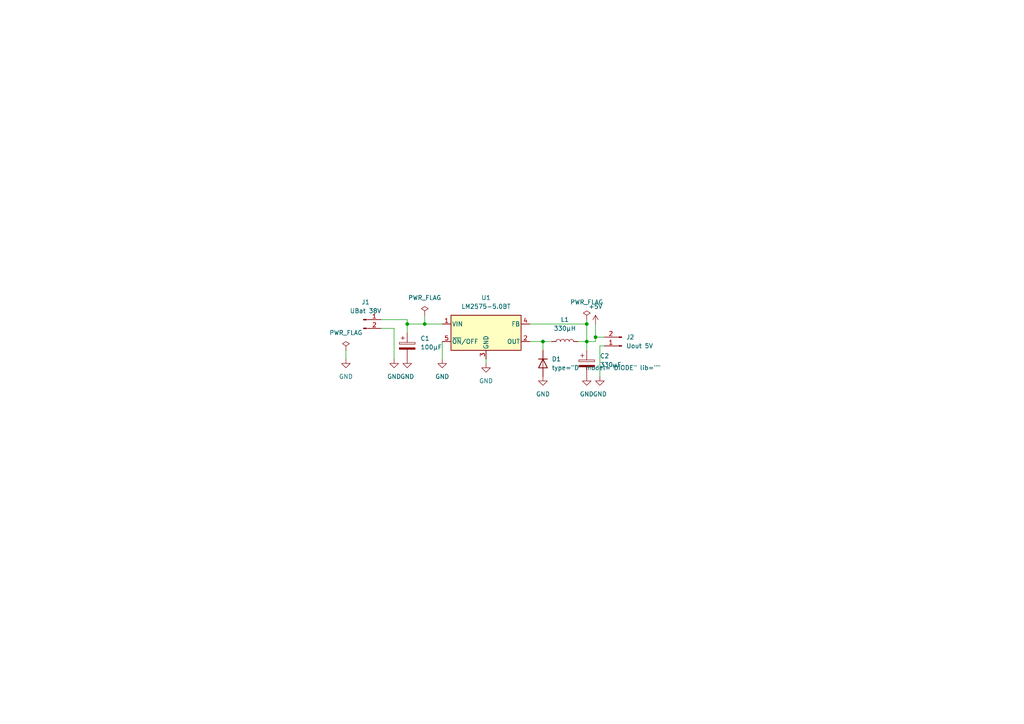
<source format=kicad_sch>
(kicad_sch (version 20211123) (generator eeschema)

  (uuid 011ef127-1b1b-419a-9f3c-f6759ddf9a5b)

  (paper "A4")

  (lib_symbols
    (symbol "Conn_01x02_Male_1" (pin_names (offset 1.016) hide) (in_bom yes) (on_board yes)
      (property "Reference" "J" (id 0) (at 0 2.54 0)
        (effects (font (size 1.27 1.27)))
      )
      (property "Value" "Conn_01x02_Male_1" (id 1) (at 0 -5.08 0)
        (effects (font (size 1.27 1.27)))
      )
      (property "Footprint" "" (id 2) (at 0 0 0)
        (effects (font (size 1.27 1.27)) hide)
      )
      (property "Datasheet" "~" (id 3) (at 0 0 0)
        (effects (font (size 1.27 1.27)) hide)
      )
      (property "ki_keywords" "connector" (id 4) (at 0 0 0)
        (effects (font (size 1.27 1.27)) hide)
      )
      (property "ki_description" "Generic connector, single row, 01x02, script generated (kicad-library-utils/schlib/autogen/connector/)" (id 5) (at 0 0 0)
        (effects (font (size 1.27 1.27)) hide)
      )
      (property "ki_fp_filters" "Connector*:*_1x??_*" (id 6) (at 0 0 0)
        (effects (font (size 1.27 1.27)) hide)
      )
      (symbol "Conn_01x02_Male_1_1_1"
        (polyline
          (pts
            (xy 1.27 -2.54)
            (xy 0.8636 -2.54)
          )
          (stroke (width 0.1524) (type default) (color 0 0 0 0))
          (fill (type none))
        )
        (polyline
          (pts
            (xy 1.27 0)
            (xy 0.8636 0)
          )
          (stroke (width 0.1524) (type default) (color 0 0 0 0))
          (fill (type none))
        )
        (rectangle (start 0.8636 -2.413) (end 0 -2.667)
          (stroke (width 0.1524) (type default) (color 0 0 0 0))
          (fill (type outline))
        )
        (rectangle (start 0.8636 0.127) (end 0 -0.127)
          (stroke (width 0.1524) (type default) (color 0 0 0 0))
          (fill (type outline))
        )
        (pin passive line (at 5.08 0 180) (length 3.81)
          (name "Pin_1" (effects (font (size 1.27 1.27))))
          (number "1" (effects (font (size 1.27 1.27))))
        )
        (pin passive line (at 5.08 -2.54 180) (length 3.81)
          (name "Pin_2" (effects (font (size 1.27 1.27))))
          (number "2" (effects (font (size 1.27 1.27))))
        )
      )
    )
    (symbol "Connector:Conn_01x02_Male" (pin_names (offset 1.016) hide) (in_bom yes) (on_board yes)
      (property "Reference" "J" (id 0) (at 0 2.54 0)
        (effects (font (size 1.27 1.27)))
      )
      (property "Value" "Conn_01x02_Male" (id 1) (at 0 -5.08 0)
        (effects (font (size 1.27 1.27)))
      )
      (property "Footprint" "" (id 2) (at 0 0 0)
        (effects (font (size 1.27 1.27)) hide)
      )
      (property "Datasheet" "~" (id 3) (at 0 0 0)
        (effects (font (size 1.27 1.27)) hide)
      )
      (property "ki_keywords" "connector" (id 4) (at 0 0 0)
        (effects (font (size 1.27 1.27)) hide)
      )
      (property "ki_description" "Generic connector, single row, 01x02, script generated (kicad-library-utils/schlib/autogen/connector/)" (id 5) (at 0 0 0)
        (effects (font (size 1.27 1.27)) hide)
      )
      (property "ki_fp_filters" "Connector*:*_1x??_*" (id 6) (at 0 0 0)
        (effects (font (size 1.27 1.27)) hide)
      )
      (symbol "Conn_01x02_Male_1_1"
        (polyline
          (pts
            (xy 1.27 -2.54)
            (xy 0.8636 -2.54)
          )
          (stroke (width 0.1524) (type default) (color 0 0 0 0))
          (fill (type none))
        )
        (polyline
          (pts
            (xy 1.27 0)
            (xy 0.8636 0)
          )
          (stroke (width 0.1524) (type default) (color 0 0 0 0))
          (fill (type none))
        )
        (rectangle (start 0.8636 -2.413) (end 0 -2.667)
          (stroke (width 0.1524) (type default) (color 0 0 0 0))
          (fill (type outline))
        )
        (rectangle (start 0.8636 0.127) (end 0 -0.127)
          (stroke (width 0.1524) (type default) (color 0 0 0 0))
          (fill (type outline))
        )
        (pin passive line (at 5.08 0 180) (length 3.81)
          (name "Pin_1" (effects (font (size 1.27 1.27))))
          (number "1" (effects (font (size 1.27 1.27))))
        )
        (pin passive line (at 5.08 -2.54 180) (length 3.81)
          (name "Pin_2" (effects (font (size 1.27 1.27))))
          (number "2" (effects (font (size 1.27 1.27))))
        )
      )
    )
    (symbol "Device:C_Polarized" (pin_numbers hide) (pin_names (offset 0.254)) (in_bom yes) (on_board yes)
      (property "Reference" "C" (id 0) (at 0.635 2.54 0)
        (effects (font (size 1.27 1.27)) (justify left))
      )
      (property "Value" "C_Polarized" (id 1) (at 0.635 -2.54 0)
        (effects (font (size 1.27 1.27)) (justify left))
      )
      (property "Footprint" "" (id 2) (at 0.9652 -3.81 0)
        (effects (font (size 1.27 1.27)) hide)
      )
      (property "Datasheet" "~" (id 3) (at 0 0 0)
        (effects (font (size 1.27 1.27)) hide)
      )
      (property "ki_keywords" "cap capacitor" (id 4) (at 0 0 0)
        (effects (font (size 1.27 1.27)) hide)
      )
      (property "ki_description" "Polarized capacitor" (id 5) (at 0 0 0)
        (effects (font (size 1.27 1.27)) hide)
      )
      (property "ki_fp_filters" "CP_*" (id 6) (at 0 0 0)
        (effects (font (size 1.27 1.27)) hide)
      )
      (symbol "C_Polarized_0_1"
        (rectangle (start -2.286 0.508) (end 2.286 1.016)
          (stroke (width 0) (type default) (color 0 0 0 0))
          (fill (type none))
        )
        (polyline
          (pts
            (xy -1.778 2.286)
            (xy -0.762 2.286)
          )
          (stroke (width 0) (type default) (color 0 0 0 0))
          (fill (type none))
        )
        (polyline
          (pts
            (xy -1.27 2.794)
            (xy -1.27 1.778)
          )
          (stroke (width 0) (type default) (color 0 0 0 0))
          (fill (type none))
        )
        (rectangle (start 2.286 -0.508) (end -2.286 -1.016)
          (stroke (width 0) (type default) (color 0 0 0 0))
          (fill (type outline))
        )
      )
      (symbol "C_Polarized_1_1"
        (pin passive line (at 0 3.81 270) (length 2.794)
          (name "~" (effects (font (size 1.27 1.27))))
          (number "1" (effects (font (size 1.27 1.27))))
        )
        (pin passive line (at 0 -3.81 90) (length 2.794)
          (name "~" (effects (font (size 1.27 1.27))))
          (number "2" (effects (font (size 1.27 1.27))))
        )
      )
    )
    (symbol "Device:L" (pin_numbers hide) (pin_names (offset 1.016) hide) (in_bom yes) (on_board yes)
      (property "Reference" "L" (id 0) (at -1.27 0 90)
        (effects (font (size 1.27 1.27)))
      )
      (property "Value" "L" (id 1) (at 1.905 0 90)
        (effects (font (size 1.27 1.27)))
      )
      (property "Footprint" "" (id 2) (at 0 0 0)
        (effects (font (size 1.27 1.27)) hide)
      )
      (property "Datasheet" "~" (id 3) (at 0 0 0)
        (effects (font (size 1.27 1.27)) hide)
      )
      (property "ki_keywords" "inductor choke coil reactor magnetic" (id 4) (at 0 0 0)
        (effects (font (size 1.27 1.27)) hide)
      )
      (property "ki_description" "Inductor" (id 5) (at 0 0 0)
        (effects (font (size 1.27 1.27)) hide)
      )
      (property "ki_fp_filters" "Choke_* *Coil* Inductor_* L_*" (id 6) (at 0 0 0)
        (effects (font (size 1.27 1.27)) hide)
      )
      (symbol "L_0_1"
        (arc (start 0 -2.54) (mid 0.635 -1.905) (end 0 -1.27)
          (stroke (width 0) (type default) (color 0 0 0 0))
          (fill (type none))
        )
        (arc (start 0 -1.27) (mid 0.635 -0.635) (end 0 0)
          (stroke (width 0) (type default) (color 0 0 0 0))
          (fill (type none))
        )
        (arc (start 0 0) (mid 0.635 0.635) (end 0 1.27)
          (stroke (width 0) (type default) (color 0 0 0 0))
          (fill (type none))
        )
        (arc (start 0 1.27) (mid 0.635 1.905) (end 0 2.54)
          (stroke (width 0) (type default) (color 0 0 0 0))
          (fill (type none))
        )
      )
      (symbol "L_1_1"
        (pin passive line (at 0 3.81 270) (length 1.27)
          (name "1" (effects (font (size 1.27 1.27))))
          (number "1" (effects (font (size 1.27 1.27))))
        )
        (pin passive line (at 0 -3.81 90) (length 1.27)
          (name "2" (effects (font (size 1.27 1.27))))
          (number "2" (effects (font (size 1.27 1.27))))
        )
      )
    )
    (symbol "Regulator_Switching:LM2575-5.0BT" (pin_names (offset 0.254)) (in_bom yes) (on_board yes)
      (property "Reference" "U" (id 0) (at -10.16 6.35 0)
        (effects (font (size 1.27 1.27)) (justify left))
      )
      (property "Value" "LM2575-5.0BT" (id 1) (at 0 6.35 0)
        (effects (font (size 1.27 1.27)) (justify left))
      )
      (property "Footprint" "Package_TO_SOT_THT:TO-220-5_Vertical" (id 2) (at 0 -6.35 0)
        (effects (font (size 1.27 1.27) italic) (justify left) hide)
      )
      (property "Datasheet" "http://ww1.microchip.com/downloads/en/DeviceDoc/lm2575.pdf" (id 3) (at 0 0 0)
        (effects (font (size 1.27 1.27)) hide)
      )
      (property "ki_keywords" "Buck regulator Switcher" (id 4) (at 0 0 0)
        (effects (font (size 1.27 1.27)) hide)
      )
      (property "ki_description" "Fixed 5.0V 52kHz Simple 1A Buck Regulator, TO-220-5" (id 5) (at 0 0 0)
        (effects (font (size 1.27 1.27)) hide)
      )
      (property "ki_fp_filters" "TO?220*" (id 6) (at 0 0 0)
        (effects (font (size 1.27 1.27)) hide)
      )
      (symbol "LM2575-5.0BT_0_1"
        (rectangle (start -10.16 5.08) (end 10.16 -5.08)
          (stroke (width 0.254) (type default) (color 0 0 0 0))
          (fill (type background))
        )
      )
      (symbol "LM2575-5.0BT_1_1"
        (pin power_in line (at -12.7 2.54 0) (length 2.54)
          (name "VIN" (effects (font (size 1.27 1.27))))
          (number "1" (effects (font (size 1.27 1.27))))
        )
        (pin output line (at 12.7 -2.54 180) (length 2.54)
          (name "OUT" (effects (font (size 1.27 1.27))))
          (number "2" (effects (font (size 1.27 1.27))))
        )
        (pin power_in line (at 0 -7.62 90) (length 2.54)
          (name "GND" (effects (font (size 1.27 1.27))))
          (number "3" (effects (font (size 1.27 1.27))))
        )
        (pin input line (at 12.7 2.54 180) (length 2.54)
          (name "FB" (effects (font (size 1.27 1.27))))
          (number "4" (effects (font (size 1.27 1.27))))
        )
        (pin input line (at -12.7 -2.54 0) (length 2.54)
          (name "~{ON}/OFF" (effects (font (size 1.27 1.27))))
          (number "5" (effects (font (size 1.27 1.27))))
        )
      )
    )
    (symbol "Simulation_SPICE:DIODE" (pin_numbers hide) (pin_names (offset 1.016) hide) (in_bom yes) (on_board yes)
      (property "Reference" "D" (id 0) (at 0 2.54 0)
        (effects (font (size 1.27 1.27)))
      )
      (property "Value" "DIODE" (id 1) (at 0 -2.54 0)
        (effects (font (size 1.27 1.27)))
      )
      (property "Footprint" "" (id 2) (at 0 0 0)
        (effects (font (size 1.27 1.27)) hide)
      )
      (property "Datasheet" "~" (id 3) (at 0 0 0)
        (effects (font (size 1.27 1.27)) hide)
      )
      (property "Spice_Netlist_Enabled" "Y" (id 4) (at 0 0 0)
        (effects (font (size 1.27 1.27)) (justify left) hide)
      )
      (property "Spice_Primitive" "D" (id 5) (at 0 0 0)
        (effects (font (size 1.27 1.27)) (justify left) hide)
      )
      (property "ki_keywords" "simulation" (id 6) (at 0 0 0)
        (effects (font (size 1.27 1.27)) hide)
      )
      (property "ki_description" "Diode, anode on pin 1, for simulation only!" (id 7) (at 0 0 0)
        (effects (font (size 1.27 1.27)) hide)
      )
      (symbol "DIODE_0_1"
        (polyline
          (pts
            (xy 1.27 0)
            (xy -1.27 0)
          )
          (stroke (width 0) (type default) (color 0 0 0 0))
          (fill (type none))
        )
        (polyline
          (pts
            (xy 1.27 1.27)
            (xy 1.27 -1.27)
          )
          (stroke (width 0.254) (type default) (color 0 0 0 0))
          (fill (type none))
        )
        (polyline
          (pts
            (xy -1.27 -1.27)
            (xy -1.27 1.27)
            (xy 1.27 0)
            (xy -1.27 -1.27)
          )
          (stroke (width 0.254) (type default) (color 0 0 0 0))
          (fill (type none))
        )
      )
      (symbol "DIODE_1_1"
        (pin passive line (at -3.81 0 0) (length 2.54)
          (name "A" (effects (font (size 1.27 1.27))))
          (number "1" (effects (font (size 1.27 1.27))))
        )
        (pin passive line (at 3.81 0 180) (length 2.54)
          (name "K" (effects (font (size 1.27 1.27))))
          (number "2" (effects (font (size 1.27 1.27))))
        )
      )
    )
    (symbol "power:+5V" (power) (pin_names (offset 0)) (in_bom yes) (on_board yes)
      (property "Reference" "#PWR" (id 0) (at 0 -3.81 0)
        (effects (font (size 1.27 1.27)) hide)
      )
      (property "Value" "+5V" (id 1) (at 0 3.556 0)
        (effects (font (size 1.27 1.27)))
      )
      (property "Footprint" "" (id 2) (at 0 0 0)
        (effects (font (size 1.27 1.27)) hide)
      )
      (property "Datasheet" "" (id 3) (at 0 0 0)
        (effects (font (size 1.27 1.27)) hide)
      )
      (property "ki_keywords" "power-flag" (id 4) (at 0 0 0)
        (effects (font (size 1.27 1.27)) hide)
      )
      (property "ki_description" "Power symbol creates a global label with name \"+5V\"" (id 5) (at 0 0 0)
        (effects (font (size 1.27 1.27)) hide)
      )
      (symbol "+5V_0_1"
        (polyline
          (pts
            (xy -0.762 1.27)
            (xy 0 2.54)
          )
          (stroke (width 0) (type default) (color 0 0 0 0))
          (fill (type none))
        )
        (polyline
          (pts
            (xy 0 0)
            (xy 0 2.54)
          )
          (stroke (width 0) (type default) (color 0 0 0 0))
          (fill (type none))
        )
        (polyline
          (pts
            (xy 0 2.54)
            (xy 0.762 1.27)
          )
          (stroke (width 0) (type default) (color 0 0 0 0))
          (fill (type none))
        )
      )
      (symbol "+5V_1_1"
        (pin power_in line (at 0 0 90) (length 0) hide
          (name "+5V" (effects (font (size 1.27 1.27))))
          (number "1" (effects (font (size 1.27 1.27))))
        )
      )
    )
    (symbol "power:GND" (power) (pin_names (offset 0)) (in_bom yes) (on_board yes)
      (property "Reference" "#PWR" (id 0) (at 0 -6.35 0)
        (effects (font (size 1.27 1.27)) hide)
      )
      (property "Value" "GND" (id 1) (at 0 -3.81 0)
        (effects (font (size 1.27 1.27)))
      )
      (property "Footprint" "" (id 2) (at 0 0 0)
        (effects (font (size 1.27 1.27)) hide)
      )
      (property "Datasheet" "" (id 3) (at 0 0 0)
        (effects (font (size 1.27 1.27)) hide)
      )
      (property "ki_keywords" "power-flag" (id 4) (at 0 0 0)
        (effects (font (size 1.27 1.27)) hide)
      )
      (property "ki_description" "Power symbol creates a global label with name \"GND\" , ground" (id 5) (at 0 0 0)
        (effects (font (size 1.27 1.27)) hide)
      )
      (symbol "GND_0_1"
        (polyline
          (pts
            (xy 0 0)
            (xy 0 -1.27)
            (xy 1.27 -1.27)
            (xy 0 -2.54)
            (xy -1.27 -1.27)
            (xy 0 -1.27)
          )
          (stroke (width 0) (type default) (color 0 0 0 0))
          (fill (type none))
        )
      )
      (symbol "GND_1_1"
        (pin power_in line (at 0 0 270) (length 0) hide
          (name "GND" (effects (font (size 1.27 1.27))))
          (number "1" (effects (font (size 1.27 1.27))))
        )
      )
    )
    (symbol "power:PWR_FLAG" (power) (pin_numbers hide) (pin_names (offset 0) hide) (in_bom yes) (on_board yes)
      (property "Reference" "#FLG" (id 0) (at 0 1.905 0)
        (effects (font (size 1.27 1.27)) hide)
      )
      (property "Value" "PWR_FLAG" (id 1) (at 0 3.81 0)
        (effects (font (size 1.27 1.27)))
      )
      (property "Footprint" "" (id 2) (at 0 0 0)
        (effects (font (size 1.27 1.27)) hide)
      )
      (property "Datasheet" "~" (id 3) (at 0 0 0)
        (effects (font (size 1.27 1.27)) hide)
      )
      (property "ki_keywords" "power-flag" (id 4) (at 0 0 0)
        (effects (font (size 1.27 1.27)) hide)
      )
      (property "ki_description" "Special symbol for telling ERC where power comes from" (id 5) (at 0 0 0)
        (effects (font (size 1.27 1.27)) hide)
      )
      (symbol "PWR_FLAG_0_0"
        (pin power_out line (at 0 0 90) (length 0)
          (name "pwr" (effects (font (size 1.27 1.27))))
          (number "1" (effects (font (size 1.27 1.27))))
        )
      )
      (symbol "PWR_FLAG_0_1"
        (polyline
          (pts
            (xy 0 0)
            (xy 0 1.27)
            (xy -1.016 1.905)
            (xy 0 2.54)
            (xy 1.016 1.905)
            (xy 0 1.27)
          )
          (stroke (width 0) (type default) (color 0 0 0 0))
          (fill (type none))
        )
      )
    )
  )

  (junction (at 170.18 99.06) (diameter 0) (color 0 0 0 0)
    (uuid 0a4b729a-a4b9-40fe-a324-58ab22e9dbc9)
  )
  (junction (at 118.11 93.98) (diameter 0) (color 0 0 0 0)
    (uuid 3591923c-ffb1-492b-9053-957c59aebb26)
  )
  (junction (at 157.48 99.06) (diameter 0) (color 0 0 0 0)
    (uuid 709ed91c-b73e-4197-bb81-197f16c53dbd)
  )
  (junction (at 172.72 97.79) (diameter 0) (color 0 0 0 0)
    (uuid b7abf25c-f113-4cd5-b4ba-932180bb98f4)
  )
  (junction (at 123.19 93.98) (diameter 0) (color 0 0 0 0)
    (uuid beeef7c3-6eaa-4441-a176-4fa8b90b0cc2)
  )
  (junction (at 170.18 93.98) (diameter 0) (color 0 0 0 0)
    (uuid fb65d0c5-1274-4a03-b2d4-c3caada01a75)
  )

  (wire (pts (xy 110.49 95.25) (xy 114.3 95.25))
    (stroke (width 0) (type default) (color 0 0 0 0))
    (uuid 0598b938-9ed6-4752-a879-e0bd8831dc95)
  )
  (wire (pts (xy 157.48 99.06) (xy 160.02 99.06))
    (stroke (width 0) (type default) (color 0 0 0 0))
    (uuid 0e4cba0c-7dd5-47a5-8e08-dd6e7d3ef1f2)
  )
  (wire (pts (xy 170.18 99.06) (xy 170.18 101.6))
    (stroke (width 0) (type default) (color 0 0 0 0))
    (uuid 2d7f2b54-0c1d-4d1f-93cf-3cae1d20c989)
  )
  (wire (pts (xy 157.48 99.06) (xy 157.48 101.6))
    (stroke (width 0) (type default) (color 0 0 0 0))
    (uuid 3eb6ad0f-b4fc-4091-b2c4-d948ed60e1fe)
  )
  (wire (pts (xy 172.72 97.79) (xy 175.26 97.79))
    (stroke (width 0) (type default) (color 0 0 0 0))
    (uuid 5375a792-af88-4cd3-9744-ae6db29e70e0)
  )
  (wire (pts (xy 118.11 93.98) (xy 123.19 93.98))
    (stroke (width 0) (type default) (color 0 0 0 0))
    (uuid 5bb3d84c-f774-4ed1-9251-31f87d6ab01c)
  )
  (wire (pts (xy 140.97 104.14) (xy 140.97 105.41))
    (stroke (width 0) (type default) (color 0 0 0 0))
    (uuid 5fd79699-b884-487f-8a0b-4620bb74cb9d)
  )
  (wire (pts (xy 118.11 92.71) (xy 118.11 93.98))
    (stroke (width 0) (type default) (color 0 0 0 0))
    (uuid 61845ab4-0b5b-40d8-9b32-b3f5efbac81a)
  )
  (wire (pts (xy 123.19 91.44) (xy 123.19 93.98))
    (stroke (width 0) (type default) (color 0 0 0 0))
    (uuid 63a93269-f6cf-49ac-8320-9f8bf8e0889f)
  )
  (wire (pts (xy 118.11 93.98) (xy 118.11 96.52))
    (stroke (width 0) (type default) (color 0 0 0 0))
    (uuid 6f60d6c7-a6bf-4595-ba90-b1c7f1bfa9e8)
  )
  (wire (pts (xy 175.26 100.33) (xy 173.99 100.33))
    (stroke (width 0) (type default) (color 0 0 0 0))
    (uuid 79b9b5a6-7be5-4250-911d-74dabad9c25e)
  )
  (wire (pts (xy 128.27 99.06) (xy 128.27 104.14))
    (stroke (width 0) (type default) (color 0 0 0 0))
    (uuid 82199630-b261-4bdf-83b8-cdb21cdef8bd)
  )
  (wire (pts (xy 123.19 93.98) (xy 128.27 93.98))
    (stroke (width 0) (type default) (color 0 0 0 0))
    (uuid 8f433e6f-0838-47ef-ba9b-083de9e7c60c)
  )
  (wire (pts (xy 100.33 101.6) (xy 100.33 104.14))
    (stroke (width 0) (type default) (color 0 0 0 0))
    (uuid 9295cac3-326c-4b0c-880b-bdee6749c1eb)
  )
  (wire (pts (xy 170.18 99.06) (xy 172.72 99.06))
    (stroke (width 0) (type default) (color 0 0 0 0))
    (uuid 9abc3409-b3c4-46c7-b84c-892e7badb2d3)
  )
  (wire (pts (xy 153.67 93.98) (xy 170.18 93.98))
    (stroke (width 0) (type default) (color 0 0 0 0))
    (uuid a3bf71cf-3f50-4329-99b0-c8115d6de19b)
  )
  (wire (pts (xy 167.64 99.06) (xy 170.18 99.06))
    (stroke (width 0) (type default) (color 0 0 0 0))
    (uuid afefbf10-5d22-4b28-b0a8-984b50fab8b7)
  )
  (wire (pts (xy 110.49 92.71) (xy 118.11 92.71))
    (stroke (width 0) (type default) (color 0 0 0 0))
    (uuid bd5b3c16-185e-42ae-9e62-67456cb29f92)
  )
  (wire (pts (xy 153.67 99.06) (xy 157.48 99.06))
    (stroke (width 0) (type default) (color 0 0 0 0))
    (uuid c507a745-fb4d-48d9-b4b2-9560e7a4ce7d)
  )
  (wire (pts (xy 172.72 93.98) (xy 172.72 97.79))
    (stroke (width 0) (type default) (color 0 0 0 0))
    (uuid ce6561a0-84ff-40ae-9555-94a380c824fe)
  )
  (wire (pts (xy 170.18 92.71) (xy 170.18 93.98))
    (stroke (width 0) (type default) (color 0 0 0 0))
    (uuid d43eb78b-daee-4a57-a7c2-d6279cdea8da)
  )
  (wire (pts (xy 114.3 95.25) (xy 114.3 104.14))
    (stroke (width 0) (type default) (color 0 0 0 0))
    (uuid eb8cb67d-7e7c-489f-859c-f4a446403414)
  )
  (wire (pts (xy 173.99 100.33) (xy 173.99 109.22))
    (stroke (width 0) (type default) (color 0 0 0 0))
    (uuid efba4510-92f9-4824-bc69-3a1515ac6c9a)
  )
  (wire (pts (xy 170.18 93.98) (xy 170.18 99.06))
    (stroke (width 0) (type default) (color 0 0 0 0))
    (uuid fbf93b9d-d7a6-489b-a4b5-ccad2b876b85)
  )
  (wire (pts (xy 172.72 97.79) (xy 172.72 99.06))
    (stroke (width 0) (type default) (color 0 0 0 0))
    (uuid fe71eadf-3fe2-40da-8bb8-254c61b17c22)
  )

  (symbol (lib_id "power:GND") (at 114.3 104.14 0) (unit 1)
    (in_bom yes) (on_board yes) (fields_autoplaced)
    (uuid 02790240-7042-4cd4-b2d3-bbab54c4b80c)
    (property "Reference" "#PWR01" (id 0) (at 114.3 110.49 0)
      (effects (font (size 1.27 1.27)) hide)
    )
    (property "Value" "GND" (id 1) (at 114.3 109.22 0))
    (property "Footprint" "" (id 2) (at 114.3 104.14 0)
      (effects (font (size 1.27 1.27)) hide)
    )
    (property "Datasheet" "" (id 3) (at 114.3 104.14 0)
      (effects (font (size 1.27 1.27)) hide)
    )
    (pin "1" (uuid cfa219bf-c2fe-41a4-94df-e85b5602cf7a))
  )

  (symbol (lib_id "Device:C_Polarized") (at 118.11 100.33 0) (unit 1)
    (in_bom yes) (on_board yes) (fields_autoplaced)
    (uuid 0cfacc15-f59e-48a9-b788-eda9eb46bb5d)
    (property "Reference" "C1" (id 0) (at 121.92 98.1709 0)
      (effects (font (size 1.27 1.27)) (justify left))
    )
    (property "Value" "100µF" (id 1) (at 121.92 100.7109 0)
      (effects (font (size 1.27 1.27)) (justify left))
    )
    (property "Footprint" "Capacitor_SMD:CP_Elec_8x10" (id 2) (at 119.0752 104.14 0)
      (effects (font (size 1.27 1.27)) hide)
    )
    (property "Datasheet" "~" (id 3) (at 118.11 100.33 0)
      (effects (font (size 1.27 1.27)) hide)
    )
    (pin "1" (uuid dd29c33d-5c3f-4317-8069-0805b272e915))
    (pin "2" (uuid c1891b6a-fe12-408b-9391-5fec293841b2))
  )

  (symbol (lib_id "power:GND") (at 118.11 104.14 0) (unit 1)
    (in_bom yes) (on_board yes) (fields_autoplaced)
    (uuid 1b1475e2-ecaf-4aa2-aa27-33fb5f907109)
    (property "Reference" "#PWR02" (id 0) (at 118.11 110.49 0)
      (effects (font (size 1.27 1.27)) hide)
    )
    (property "Value" "GND" (id 1) (at 118.11 109.22 0))
    (property "Footprint" "" (id 2) (at 118.11 104.14 0)
      (effects (font (size 1.27 1.27)) hide)
    )
    (property "Datasheet" "" (id 3) (at 118.11 104.14 0)
      (effects (font (size 1.27 1.27)) hide)
    )
    (pin "1" (uuid e16199b6-b805-4568-aab1-ac8bea4eeebe))
  )

  (symbol (lib_id "power:GND") (at 140.97 105.41 0) (unit 1)
    (in_bom yes) (on_board yes) (fields_autoplaced)
    (uuid 32fe2c02-40cc-4506-abe1-04c924a5ea4c)
    (property "Reference" "#PWR04" (id 0) (at 140.97 111.76 0)
      (effects (font (size 1.27 1.27)) hide)
    )
    (property "Value" "GND" (id 1) (at 140.97 110.49 0))
    (property "Footprint" "" (id 2) (at 140.97 105.41 0)
      (effects (font (size 1.27 1.27)) hide)
    )
    (property "Datasheet" "" (id 3) (at 140.97 105.41 0)
      (effects (font (size 1.27 1.27)) hide)
    )
    (pin "1" (uuid 75d282da-440f-45d1-a8d4-8e3393fae406))
  )

  (symbol (lib_id "Connector:Conn_01x02_Male") (at 105.41 92.71 0) (unit 1)
    (in_bom yes) (on_board yes) (fields_autoplaced)
    (uuid 379df784-febf-436e-9482-58afb488bc72)
    (property "Reference" "J1" (id 0) (at 106.045 87.63 0))
    (property "Value" "UBat 38V" (id 1) (at 106.045 90.17 0))
    (property "Footprint" "Connector_PinHeader_2.00mm:PinHeader_1x02_P2.00mm_Horizontal" (id 2) (at 105.41 92.71 0)
      (effects (font (size 1.27 1.27)) hide)
    )
    (property "Datasheet" "~" (id 3) (at 105.41 92.71 0)
      (effects (font (size 1.27 1.27)) hide)
    )
    (pin "1" (uuid a4c99532-935a-40fd-a00d-fc0366d4a227))
    (pin "2" (uuid 57a23f29-e278-4d34-a477-63ce2ec5be40))
  )

  (symbol (lib_id "Simulation_SPICE:DIODE") (at 157.48 105.41 90) (unit 1)
    (in_bom yes) (on_board yes) (fields_autoplaced)
    (uuid 3f291a9f-7457-4144-8d08-0e6b64bbd49c)
    (property "Reference" "D1" (id 0) (at 160.02 104.1399 90)
      (effects (font (size 1.27 1.27)) (justify right))
    )
    (property "Value" "DIODE" (id 1) (at 160.02 106.6799 90)
      (effects (font (size 1.27 1.27)) (justify right))
    )
    (property "Footprint" "Diode_SMD:D_0805_2012Metric_Pad1.15x1.40mm_HandSolder" (id 2) (at 157.48 105.41 0)
      (effects (font (size 1.27 1.27)) hide)
    )
    (property "Datasheet" "~" (id 3) (at 157.48 105.41 0)
      (effects (font (size 1.27 1.27)) hide)
    )
    (property "Spice_Netlist_Enabled" "Y" (id 4) (at 157.48 105.41 0)
      (effects (font (size 1.27 1.27)) (justify left) hide)
    )
    (property "Spice_Primitive" "D" (id 5) (at 157.48 105.41 0)
      (effects (font (size 1.27 1.27)) (justify left) hide)
    )
    (pin "1" (uuid f917f834-41ab-46fa-9f71-bba38b8ff5fd))
    (pin "2" (uuid cc5be1f4-e5c0-4140-87c0-d44aef2a557d))
  )

  (symbol (lib_id "Device:L") (at 163.83 99.06 90) (unit 1)
    (in_bom yes) (on_board yes) (fields_autoplaced)
    (uuid 4728229a-1009-4a56-9ea5-ea5f3d454577)
    (property "Reference" "L1" (id 0) (at 163.83 92.71 90))
    (property "Value" "330µH" (id 1) (at 163.83 95.25 90))
    (property "Footprint" "Inductor_SMD:L_12x12mm_H8mm" (id 2) (at 163.83 99.06 0)
      (effects (font (size 1.27 1.27)) hide)
    )
    (property "Datasheet" "~" (id 3) (at 163.83 99.06 0)
      (effects (font (size 1.27 1.27)) hide)
    )
    (pin "1" (uuid 8e0581b5-ef9f-470c-8422-f793233f09dc))
    (pin "2" (uuid 618d55c8-f3aa-41cc-bbc7-34e5042b3cf5))
  )

  (symbol (lib_id "power:GND") (at 128.27 104.14 0) (unit 1)
    (in_bom yes) (on_board yes) (fields_autoplaced)
    (uuid 4afbacc3-b94e-49b3-8c8d-b06c4569523a)
    (property "Reference" "#PWR03" (id 0) (at 128.27 110.49 0)
      (effects (font (size 1.27 1.27)) hide)
    )
    (property "Value" "GND" (id 1) (at 128.27 109.22 0))
    (property "Footprint" "" (id 2) (at 128.27 104.14 0)
      (effects (font (size 1.27 1.27)) hide)
    )
    (property "Datasheet" "" (id 3) (at 128.27 104.14 0)
      (effects (font (size 1.27 1.27)) hide)
    )
    (pin "1" (uuid 18348d42-db12-4d75-8214-79321d3829f5))
  )

  (symbol (lib_id "power:GND") (at 170.18 109.22 0) (unit 1)
    (in_bom yes) (on_board yes) (fields_autoplaced)
    (uuid 6009ed0f-85d6-4222-80df-0ae30b3dc64b)
    (property "Reference" "#PWR06" (id 0) (at 170.18 115.57 0)
      (effects (font (size 1.27 1.27)) hide)
    )
    (property "Value" "GND" (id 1) (at 170.18 114.3 0))
    (property "Footprint" "" (id 2) (at 170.18 109.22 0)
      (effects (font (size 1.27 1.27)) hide)
    )
    (property "Datasheet" "" (id 3) (at 170.18 109.22 0)
      (effects (font (size 1.27 1.27)) hide)
    )
    (pin "1" (uuid 524b9a02-fd22-44cb-a4b8-ffd88554d808))
  )

  (symbol (lib_id "power:GND") (at 157.48 109.22 0) (unit 1)
    (in_bom yes) (on_board yes) (fields_autoplaced)
    (uuid 6a943037-cf9d-4ca9-85dc-d32306112c44)
    (property "Reference" "#PWR05" (id 0) (at 157.48 115.57 0)
      (effects (font (size 1.27 1.27)) hide)
    )
    (property "Value" "GND" (id 1) (at 157.48 114.3 0))
    (property "Footprint" "" (id 2) (at 157.48 109.22 0)
      (effects (font (size 1.27 1.27)) hide)
    )
    (property "Datasheet" "" (id 3) (at 157.48 109.22 0)
      (effects (font (size 1.27 1.27)) hide)
    )
    (pin "1" (uuid d2785068-fb9d-426d-b259-504127203eea))
  )

  (symbol (lib_id "power:PWR_FLAG") (at 123.19 91.44 0) (unit 1)
    (in_bom yes) (on_board yes) (fields_autoplaced)
    (uuid 8c244cef-b2b2-41ea-8f84-2af803aa3eff)
    (property "Reference" "#FLG0101" (id 0) (at 123.19 89.535 0)
      (effects (font (size 1.27 1.27)) hide)
    )
    (property "Value" "PWR_FLAG" (id 1) (at 123.19 86.36 0))
    (property "Footprint" "" (id 2) (at 123.19 91.44 0)
      (effects (font (size 1.27 1.27)) hide)
    )
    (property "Datasheet" "~" (id 3) (at 123.19 91.44 0)
      (effects (font (size 1.27 1.27)) hide)
    )
    (pin "1" (uuid 68ebd1e6-bc5c-46b9-869c-c80a544addfe))
  )

  (symbol (lib_id "power:GND") (at 100.33 104.14 0) (unit 1)
    (in_bom yes) (on_board yes) (fields_autoplaced)
    (uuid 98a52dc3-7866-443b-b7f9-84049c25dadf)
    (property "Reference" "#PWR0101" (id 0) (at 100.33 110.49 0)
      (effects (font (size 1.27 1.27)) hide)
    )
    (property "Value" "GND" (id 1) (at 100.33 109.22 0))
    (property "Footprint" "" (id 2) (at 100.33 104.14 0)
      (effects (font (size 1.27 1.27)) hide)
    )
    (property "Datasheet" "" (id 3) (at 100.33 104.14 0)
      (effects (font (size 1.27 1.27)) hide)
    )
    (pin "1" (uuid 4364f7e6-544d-4c5f-9e2b-3872fe167ba3))
  )

  (symbol (lib_id "Regulator_Switching:LM2575-5.0BT") (at 140.97 96.52 0) (unit 1)
    (in_bom yes) (on_board yes) (fields_autoplaced)
    (uuid a58041a2-b45b-4811-a0e2-9ba1aa36010a)
    (property "Reference" "U1" (id 0) (at 140.97 86.36 0))
    (property "Value" "LM2575-5.0BT" (id 1) (at 140.97 88.9 0))
    (property "Footprint" "Package_TO_SOT_THT:TO-220-5_Vertical" (id 2) (at 140.97 102.87 0)
      (effects (font (size 1.27 1.27) italic) (justify left) hide)
    )
    (property "Datasheet" "http://ww1.microchip.com/downloads/en/DeviceDoc/lm2575.pdf" (id 3) (at 140.97 96.52 0)
      (effects (font (size 1.27 1.27)) hide)
    )
    (pin "1" (uuid 6c8920d7-0769-44ce-8157-775f3974ffb8))
    (pin "2" (uuid 363bed95-bcd0-4cdc-a297-0f948b1f142c))
    (pin "3" (uuid cb2d2d3e-9510-49c8-9c2a-cba4eb5b754f))
    (pin "4" (uuid 4dde98d6-a892-46a5-b2cf-2440c28b84a5))
    (pin "5" (uuid 49814f39-8494-461d-90f6-f2248368a90c))
  )

  (symbol (lib_name "Conn_01x02_Male_1") (lib_id "Connector:Conn_01x02_Male") (at 180.34 100.33 180) (unit 1)
    (in_bom yes) (on_board yes) (fields_autoplaced)
    (uuid a61db3e9-3f4d-45af-a1dc-e691e87c82c0)
    (property "Reference" "J2" (id 0) (at 181.61 97.7899 0)
      (effects (font (size 1.27 1.27)) (justify right))
    )
    (property "Value" "Uout 5V" (id 1) (at 181.61 100.3299 0)
      (effects (font (size 1.27 1.27)) (justify right))
    )
    (property "Footprint" "Connector_PinHeader_2.00mm:PinHeader_1x02_P2.00mm_Vertical" (id 2) (at 180.34 100.33 0)
      (effects (font (size 1.27 1.27)) hide)
    )
    (property "Datasheet" "~" (id 3) (at 180.34 100.33 0)
      (effects (font (size 1.27 1.27)) hide)
    )
    (pin "1" (uuid 7de94629-222c-4aba-9658-b3e1c3308ecf))
    (pin "2" (uuid 99f154b9-5f15-4715-bbe2-24a7a95abdd1))
  )

  (symbol (lib_id "power:+5V") (at 172.72 93.98 0) (unit 1)
    (in_bom yes) (on_board yes) (fields_autoplaced)
    (uuid a723e7b5-1af5-42f0-86fc-d9f77e584b9b)
    (property "Reference" "#PWR0102" (id 0) (at 172.72 97.79 0)
      (effects (font (size 1.27 1.27)) hide)
    )
    (property "Value" "+5V" (id 1) (at 172.72 88.9 0))
    (property "Footprint" "" (id 2) (at 172.72 93.98 0)
      (effects (font (size 1.27 1.27)) hide)
    )
    (property "Datasheet" "" (id 3) (at 172.72 93.98 0)
      (effects (font (size 1.27 1.27)) hide)
    )
    (pin "1" (uuid ae0b4da0-217d-4ec2-a7a2-7da9e21ab835))
  )

  (symbol (lib_id "power:GND") (at 173.99 109.22 0) (unit 1)
    (in_bom yes) (on_board yes) (fields_autoplaced)
    (uuid c188d7aa-0889-41cb-a6b2-b8380b26a12a)
    (property "Reference" "#PWR07" (id 0) (at 173.99 115.57 0)
      (effects (font (size 1.27 1.27)) hide)
    )
    (property "Value" "GND" (id 1) (at 173.99 114.3 0))
    (property "Footprint" "" (id 2) (at 173.99 109.22 0)
      (effects (font (size 1.27 1.27)) hide)
    )
    (property "Datasheet" "" (id 3) (at 173.99 109.22 0)
      (effects (font (size 1.27 1.27)) hide)
    )
    (pin "1" (uuid 37252196-aad8-4f08-a646-fa1fe086c187))
  )

  (symbol (lib_id "power:PWR_FLAG") (at 100.33 101.6 0) (unit 1)
    (in_bom yes) (on_board yes) (fields_autoplaced)
    (uuid d0ae0e9e-97ca-4591-979b-4bd02e6df2ec)
    (property "Reference" "#FLG0103" (id 0) (at 100.33 99.695 0)
      (effects (font (size 1.27 1.27)) hide)
    )
    (property "Value" "PWR_FLAG" (id 1) (at 100.33 96.52 0))
    (property "Footprint" "" (id 2) (at 100.33 101.6 0)
      (effects (font (size 1.27 1.27)) hide)
    )
    (property "Datasheet" "~" (id 3) (at 100.33 101.6 0)
      (effects (font (size 1.27 1.27)) hide)
    )
    (pin "1" (uuid e9ce7e8b-9400-45f7-adc4-a078501d31ba))
  )

  (symbol (lib_id "power:PWR_FLAG") (at 170.18 92.71 0) (unit 1)
    (in_bom yes) (on_board yes) (fields_autoplaced)
    (uuid d5f6e2ff-a331-4a14-8777-5e81aeefe08d)
    (property "Reference" "#FLG0102" (id 0) (at 170.18 90.805 0)
      (effects (font (size 1.27 1.27)) hide)
    )
    (property "Value" "PWR_FLAG" (id 1) (at 170.18 87.63 0))
    (property "Footprint" "" (id 2) (at 170.18 92.71 0)
      (effects (font (size 1.27 1.27)) hide)
    )
    (property "Datasheet" "~" (id 3) (at 170.18 92.71 0)
      (effects (font (size 1.27 1.27)) hide)
    )
    (pin "1" (uuid 2492b515-81cc-4973-a9d4-ef5c834bd249))
  )

  (symbol (lib_id "Device:C_Polarized") (at 170.18 105.41 0) (unit 1)
    (in_bom yes) (on_board yes) (fields_autoplaced)
    (uuid eb89444c-926b-4dd1-abe3-0eb3d4fbb5d9)
    (property "Reference" "C2" (id 0) (at 173.99 103.2509 0)
      (effects (font (size 1.27 1.27)) (justify left))
    )
    (property "Value" "330µF" (id 1) (at 173.99 105.7909 0)
      (effects (font (size 1.27 1.27)) (justify left))
    )
    (property "Footprint" "Capacitor_SMD:CP_Elec_10x10.5" (id 2) (at 171.1452 109.22 0)
      (effects (font (size 1.27 1.27)) hide)
    )
    (property "Datasheet" "~" (id 3) (at 170.18 105.41 0)
      (effects (font (size 1.27 1.27)) hide)
    )
    (pin "1" (uuid fbd87354-ab66-44e6-862f-a7d979bb17d0))
    (pin "2" (uuid 983bf8cf-3500-4fc9-b374-6536878af9ce))
  )

  (sheet_instances
    (path "/" (page "1"))
  )

  (symbol_instances
    (path "/8c244cef-b2b2-41ea-8f84-2af803aa3eff"
      (reference "#FLG0101") (unit 1) (value "PWR_FLAG") (footprint "")
    )
    (path "/d5f6e2ff-a331-4a14-8777-5e81aeefe08d"
      (reference "#FLG0102") (unit 1) (value "PWR_FLAG") (footprint "")
    )
    (path "/d0ae0e9e-97ca-4591-979b-4bd02e6df2ec"
      (reference "#FLG0103") (unit 1) (value "PWR_FLAG") (footprint "")
    )
    (path "/02790240-7042-4cd4-b2d3-bbab54c4b80c"
      (reference "#PWR01") (unit 1) (value "GND") (footprint "")
    )
    (path "/1b1475e2-ecaf-4aa2-aa27-33fb5f907109"
      (reference "#PWR02") (unit 1) (value "GND") (footprint "")
    )
    (path "/4afbacc3-b94e-49b3-8c8d-b06c4569523a"
      (reference "#PWR03") (unit 1) (value "GND") (footprint "")
    )
    (path "/32fe2c02-40cc-4506-abe1-04c924a5ea4c"
      (reference "#PWR04") (unit 1) (value "GND") (footprint "")
    )
    (path "/6a943037-cf9d-4ca9-85dc-d32306112c44"
      (reference "#PWR05") (unit 1) (value "GND") (footprint "")
    )
    (path "/6009ed0f-85d6-4222-80df-0ae30b3dc64b"
      (reference "#PWR06") (unit 1) (value "GND") (footprint "")
    )
    (path "/c188d7aa-0889-41cb-a6b2-b8380b26a12a"
      (reference "#PWR07") (unit 1) (value "GND") (footprint "")
    )
    (path "/98a52dc3-7866-443b-b7f9-84049c25dadf"
      (reference "#PWR0101") (unit 1) (value "GND") (footprint "")
    )
    (path "/a723e7b5-1af5-42f0-86fc-d9f77e584b9b"
      (reference "#PWR0102") (unit 1) (value "+5V") (footprint "")
    )
    (path "/0cfacc15-f59e-48a9-b788-eda9eb46bb5d"
      (reference "C1") (unit 1) (value "100µF") (footprint "Capacitor_SMD:CP_Elec_8x10")
    )
    (path "/eb89444c-926b-4dd1-abe3-0eb3d4fbb5d9"
      (reference "C2") (unit 1) (value "330µF") (footprint "Capacitor_SMD:CP_Elec_10x10.5")
    )
    (path "/3f291a9f-7457-4144-8d08-0e6b64bbd49c"
      (reference "D1") (unit 1) (value "DIODE") (footprint "Diode_SMD:D_0805_2012Metric_Pad1.15x1.40mm_HandSolder")
    )
    (path "/379df784-febf-436e-9482-58afb488bc72"
      (reference "J1") (unit 1) (value "UBat 38V") (footprint "Connector_PinHeader_2.00mm:PinHeader_1x02_P2.00mm_Horizontal")
    )
    (path "/a61db3e9-3f4d-45af-a1dc-e691e87c82c0"
      (reference "J2") (unit 1) (value "Uout 5V") (footprint "Connector_PinHeader_2.00mm:PinHeader_1x02_P2.00mm_Vertical")
    )
    (path "/4728229a-1009-4a56-9ea5-ea5f3d454577"
      (reference "L1") (unit 1) (value "330µH") (footprint "Inductor_SMD:L_12x12mm_H8mm")
    )
    (path "/a58041a2-b45b-4811-a0e2-9ba1aa36010a"
      (reference "U1") (unit 1) (value "LM2575-5.0BT") (footprint "Package_TO_SOT_THT:TO-220-5_Vertical")
    )
  )
)

</source>
